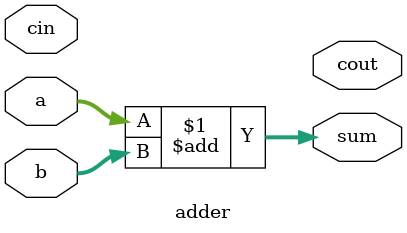
<source format=v>
`default_nettype none

module adder(cout, sum, a, b, cin);

	input [7:0] a, b;
	input cin;
	output [7:0] sum;
	output cout;

    assign #10 sum = a + b;
endmodule

</source>
